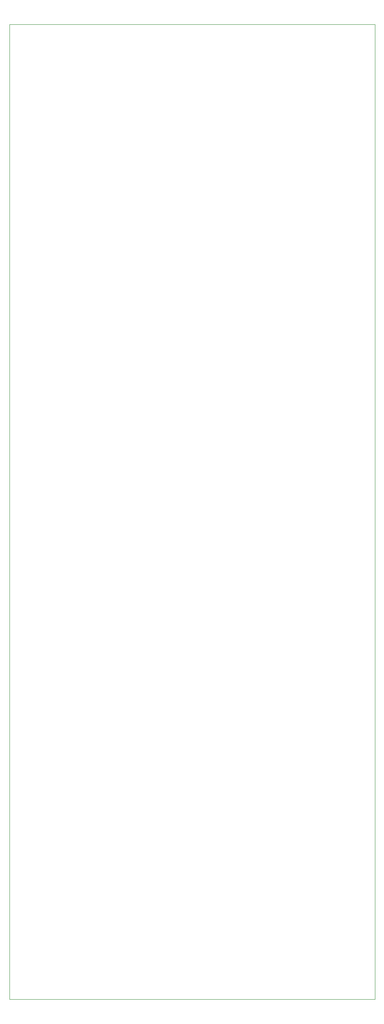
<source format=gm1>
G04 #@! TF.GenerationSoftware,KiCad,Pcbnew,6.0.7-f9a2dced07~116~ubuntu22.04.1*
G04 #@! TF.CreationDate,2022-09-02T23:25:56-04:00*
G04 #@! TF.ProjectId,voltproc_panel,766f6c74-7072-46f6-935f-70616e656c2e,rev?*
G04 #@! TF.SameCoordinates,Original*
G04 #@! TF.FileFunction,Profile,NP*
%FSLAX46Y46*%
G04 Gerber Fmt 4.6, Leading zero omitted, Abs format (unit mm)*
G04 Created by KiCad (PCBNEW 6.0.7-f9a2dced07~116~ubuntu22.04.1) date 2022-09-02 23:25:56*
%MOMM*%
%LPD*%
G01*
G04 APERTURE LIST*
G04 #@! TA.AperFunction,Profile*
%ADD10C,0.100000*%
G04 #@! TD*
G04 APERTURE END LIST*
D10*
X16100000Y-207600000D02*
X91100000Y-207600000D01*
X91100000Y-7600000D02*
X16100000Y-7600000D01*
X16100000Y-7600000D02*
X16100000Y-207600000D01*
X91100000Y-207600000D02*
X91100000Y-7600000D01*
M02*

</source>
